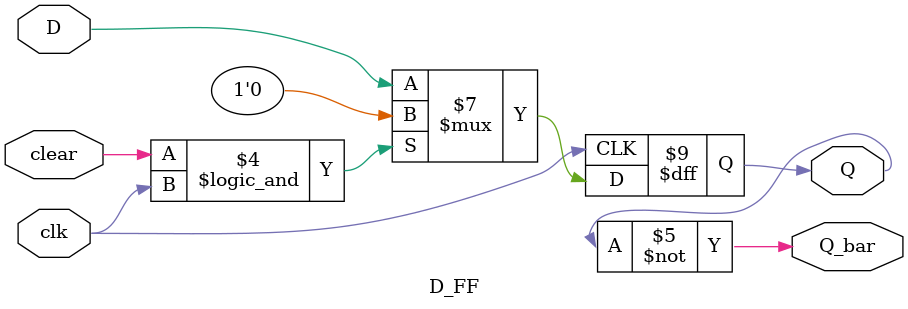
<source format=v>
`timescale 1ns / 1ps
module D_FF(clk, clear, D, Q, Q_bar);
input clk, D, clear;
output Q, Q_bar;
reg Q;
wire Q_bar;
always @(posedge clk)
begin
			if(clear==1 && clk==1)
				Q=1'b0;		
			else
				Q=D;
end
	
assign Q_bar = ~Q;
endmodule

</source>
